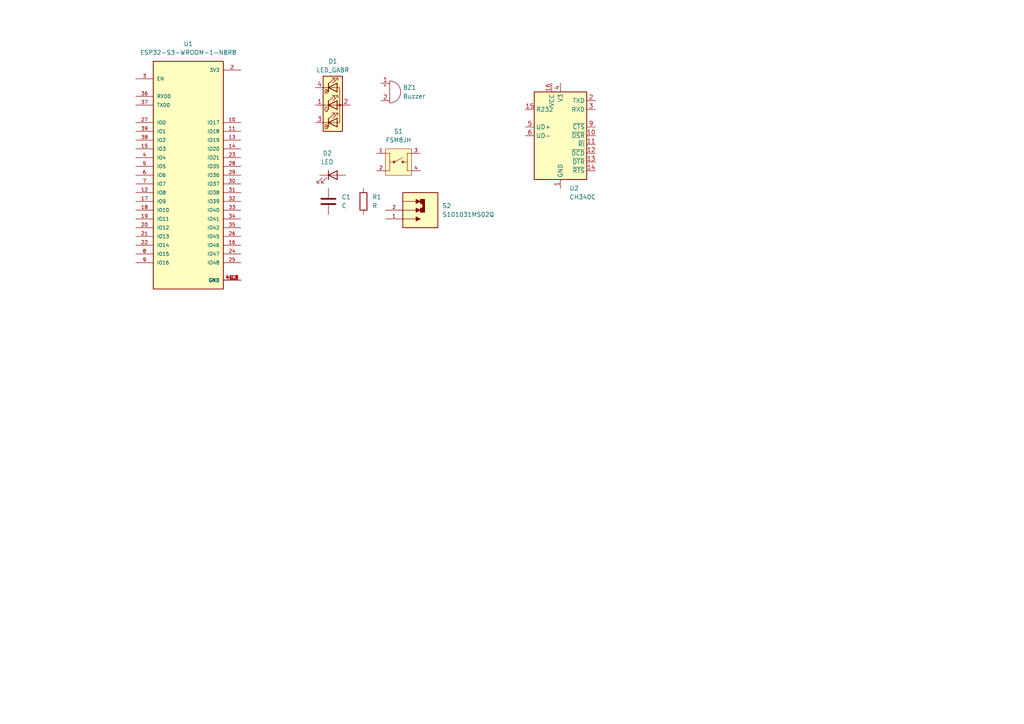
<source format=kicad_sch>
(kicad_sch (version 20231120) (generator "eeschema") (generator_version "8.0")
  (paper "A4")
  (lib_symbols
    (symbol "Device:Buzzer" (pin_names (offset 0.0254) hide)
      (property "Reference" "BZ" (at 3.81 1.27 0))
      (property "Value" "Buzzer" (at 3.81 -1.27 0))
      (symbol "Buzzer_0_1"
        (arc (start 0 -3.175) (mid 3.1612 0) (end 0 3.175))
        (polyline (pts (xy -1.651 1.905) (xy -1.143 1.905)))
        (polyline (pts (xy -1.397 2.159) (xy -1.397 1.651)))
        (polyline (pts (xy 0 3.175) (xy 0 -3.175)))
      )
      (symbol "Buzzer_1_1"
        (pin passive line (at -2.54 2.54 0) (length 2.54) (name "+") (number "1"))
        (pin passive line (at -2.54 -2.54 0) (length 2.54) (name "-") (number "2"))
      )
    )
    (symbol "Device:C" (pin_numbers hide) (pin_names (offset 0.254))
      (property "Reference" "C" (at 0.635 2.54 0))
      (property "Value" "C" (at 0.635 -2.54 0))
      (symbol "C_0_1"
        (polyline (pts (xy -2.032 -0.762) (xy 2.032 -0.762)) (stroke (width 0.508)))
        (polyline (pts (xy -2.032 0.762) (xy 2.032 0.762)) (stroke (width 0.508)))
      )
      (symbol "C_1_1"
        (pin passive line (at 0 3.81 270) (length 2.794) (name "~") (number "1"))
        (pin passive line (at 0 -3.81 90) (length 2.794) (name "~") (number "2"))
      )
    )
    (symbol "Device:LED" (pin_numbers hide) (pin_names (offset 1.016) hide)
      (property "Reference" "D" (at 0 2.54 0))
      (property "Value" "LED" (at 0 -2.54 0))
      (symbol "LED_0_1"
        (polyline (pts (xy -1.27 -1.27) (xy -1.27 1.27)) (stroke (width 0.254)))
        (polyline (pts (xy -1.27 0) (xy 1.27 0)))
        (polyline (pts (xy 1.27 -1.27) (xy 1.27 1.27) (xy -1.27 0) (xy 1.27 -1.27)) (stroke (width 0.254)))
        (polyline (pts (xy -3.048 -0.762) (xy -4.572 -2.286) (xy -3.81 -2.286) (xy -4.572 -2.286) (xy -4.572 -1.524)))
        (polyline (pts (xy -1.778 -0.762) (xy -3.302 -2.286) (xy -2.54 -2.286) (xy -3.302 -2.286) (xy -3.302 -1.524)))
      )
      (symbol "LED_1_1"
        (pin passive line (at -3.81 0 0) (length 2.54) (name "K") (number "1"))
        (pin passive line (at 3.81 0 180) (length 2.54) (name "A") (number "2"))
      )
    )
    (symbol "Device:LED_GABR" (pin_names (offset 0) hide)
      (property "Reference" "D" (at 0 9.398 0))
      (property "Value" "LED_GABR" (at 0 -8.89 0))
      (symbol "LED_GABR_0_0"
        (text "B" (at -1.905 -6.35 0) (effects (font (size 1.27 1.27))))
        (text "G" (at -1.905 -1.27 0) (effects (font (size 1.27 1.27))))
        (text "R" (at -1.905 3.81 0) (effects (font (size 1.27 1.27))))
      )
      (symbol "LED_GABR_0_1"
        (polyline (pts (xy -1.27 -5.08) (xy -2.54 -5.08)))
        (polyline (pts (xy -1.27 -5.08) (xy 1.27 -5.08)))
        (polyline (pts (xy -1.27 -3.81) (xy -1.27 -6.35)) (stroke (width 0.254)))
        (polyline (pts (xy -1.27 0) (xy -2.54 0)))
        (polyline (pts (xy -1.27 1.27) (xy -1.27 -1.27)) (stroke (width 0.254)))
        (polyline (pts (xy -1.27 5.08) (xy -2.54 5.08)))
        (polyline (pts (xy -1.27 5.08) (xy 1.27 5.08)))
        (polyline (pts (xy -1.27 6.35) (xy -1.27 3.81)) (stroke (width 0.254)))
        (polyline (pts (xy 1.27 0) (xy -1.27 0)))
        (polyline (pts (xy 1.27 0) (xy 2.54 0)))
        (polyline (pts (xy -1.27 1.27) (xy -1.27 -1.27) (xy -1.27 -1.27)))
        (polyline (pts (xy -1.27 6.35) (xy -1.27 3.81) (xy -1.27 3.81)))
        (polyline (pts (xy 1.27 -5.08) (xy 2.032 -5.08) (xy 2.032 5.08) (xy 1.27 5.08)))
        (polyline (pts (xy 1.27 -3.81) (xy 1.27 -6.35) (xy -1.27 -5.08) (xy 1.27 -3.81)) (stroke (width 0.254)))
        (polyline (pts (xy 1.27 1.27) (xy 1.27 -1.27) (xy -1.27 0) (xy 1.27 1.27)) (stroke (width 0.254)))
        (polyline (pts (xy 1.27 6.35) (xy 1.27 3.81) (xy -1.27 5.08) (xy 1.27 6.35)) (stroke (width 0.254)))
        (polyline (pts (xy -1.016 -3.81) (xy 0.508 -2.286) (xy -0.254 -2.286) (xy 0.508 -2.286) (xy 0.508 -3.048)))
        (polyline (pts (xy -1.016 1.27) (xy 0.508 2.794) (xy -0.254 2.794) (xy 0.508 2.794) (xy 0.508 2.032)))
        (polyline (pts (xy -1.016 6.35) (xy 0.508 7.874) (xy -0.254 7.874) (xy 0.508 7.874) (xy 0.508 7.112)))
        (polyline (pts (xy 0 -3.81) (xy 1.524 -2.286) (xy 0.762 -2.286) (xy 1.524 -2.286) (xy 1.524 -3.048)))
        (polyline (pts (xy 0 1.27) (xy 1.524 2.794) (xy 0.762 2.794) (xy 1.524 2.794) (xy 1.524 2.032)))
        (polyline (pts (xy 0 6.35) (xy 1.524 7.874) (xy 0.762 7.874) (xy 1.524 7.874) (xy 1.524 7.112)))
        (rectangle (start 1.27 -1.27) (end 1.27 1.27))
        (rectangle (start 1.27 1.27) (end 1.27 1.27))
        (rectangle (start 1.27 3.81) (end 1.27 6.35))
        (rectangle (start 1.27 6.35) (end 1.27 6.35))
        (circle (center 2.032 0) (radius 0.254) (fill (type outline)))
        (rectangle (start 2.794 8.382) (end -2.794 -7.62) (stroke (width 0.254)) (fill (type background)))
      )
      (symbol "LED_GABR_1_1"
        (pin passive line (at -5.08 0 0) (length 2.54) (name "GK") (number "1"))
        (pin passive line (at 5.08 0 180) (length 2.54) (name "A") (number "2"))
        (pin passive line (at -5.08 -5.08 0) (length 2.54) (name "BK") (number "3"))
        (pin passive line (at -5.08 5.08 0) (length 2.54) (name "RK") (number "4"))
      )
    )
    (symbol "Device:R" (pin_numbers hide) (pin_names (offset 0))
      (property "Reference" "R" (at 2.032 0 90))
      (property "Value" "R" (at 0 0 90))
      (symbol "R_0_1"
        (rectangle (start -1.016 -2.54) (end 1.016 2.54) (stroke (width 0.254)))
      )
      (symbol "R_1_1"
        (pin passive line (at 0 3.81 270) (length 1.27) (name "~") (number "1"))
        (pin passive line (at 0 -3.81 90) (length 1.27) (name "~") (number "2"))
      )
    )
    (symbol "ESP32-S3-WROOM-1-N8R8:ESP32-S3-WROOM-1-N8R8" (pin_names (offset 1.016))
      (property "Reference" "U" (at -10.16 34.1122 0))
      (property "Value" "ESP32-S3-WROOM-1-N8R8" (at -10.16 -35.56 0))
      (symbol "ESP32-S3-WROOM-1-N8R8_0_0"
        (rectangle (start -10.16 -33.02) (end 10.16 33.02) (stroke (width 0.254)) (fill (type background)))
        (pin power_in line (at 15.24 -30.48 180) (length 5.08) (name "GND") (number "1"))
        (pin bidirectional line (at 15.24 15.24 180) (length 5.08) (name "IO17") (number "10"))
        (pin bidirectional line (at 15.24 12.7 180) (length 5.08) (name "IO18") (number "11"))
        (pin bidirectional line (at -15.24 -5.08 0) (length 5.08) (name "IO8") (number "12"))
        (pin bidirectional line (at 15.24 10.16 180) (length 5.08) (name "IO19") (number "13"))
        (pin bidirectional line (at 15.24 7.62 180) (length 5.08) (name "IO20") (number "14"))
        (pin bidirectional line (at -15.24 7.62 0) (length 5.08) (name "IO3") (number "15"))
        (pin bidirectional line (at 15.24 -20.32 180) (length 5.08) (name "IO46") (number "16"))
        (pin bidirectional line (at -15.24 -7.62 0) (length 5.08) (name "IO9") (number "17"))
        (pin bidirectional line (at -15.24 -10.16 0) (length 5.08) (name "IO10") (number "18"))
        (pin bidirectional line (at -15.24 -12.7 0) (length 5.08) (name "IO11") (number "19"))
        (pin power_in line (at 15.24 30.48 180) (length 5.08) (name "3V3") (number "2"))
        (pin bidirectional line (at -15.24 -15.24 0) (length 5.08) (name "IO12") (number "20"))
        (pin bidirectional line (at -15.24 -17.78 0) (length 5.08) (name "IO13") (number "21"))
        (pin bidirectional line (at -15.24 -20.32 0) (length 5.08) (name "IO14") (number "22"))
        (pin bidirectional line (at 15.24 5.08 180) (length 5.08) (name "IO21") (number "23"))
        (pin bidirectional line (at 15.24 -22.86 180) (length 5.08) (name "IO47") (number "24"))
        (pin bidirectional line (at 15.24 -25.4 180) (length 5.08) (name "IO48") (number "25"))
        (pin bidirectional line (at 15.24 -17.78 180) (length 5.08) (name "IO45") (number "26"))
        (pin bidirectional line (at -15.24 15.24 0) (length 5.08) (name "IO0") (number "27"))
        (pin bidirectional line (at 15.24 2.54 180) (length 5.08) (name "IO35") (number "28"))
        (pin bidirectional line (at 15.24 0 180) (length 5.08) (name "IO36") (number "29"))
        (pin input line (at -15.24 27.94 0) (length 5.08) (name "EN") (number "3"))
        (pin bidirectional line (at 15.24 -2.54 180) (length 5.08) (name "IO37") (number "30"))
        (pin bidirectional line (at 15.24 -5.08 180) (length 5.08) (name "IO38") (number "31"))
        (pin bidirectional line (at 15.24 -7.62 180) (length 5.08) (name "IO39") (number "32"))
        (pin bidirectional line (at 15.24 -10.16 180) (length 5.08) (name "IO40") (number "33"))
        (pin bidirectional line (at 15.24 -12.7 180) (length 5.08) (name "IO41") (number "34"))
        (pin bidirectional line (at 15.24 -15.24 180) (length 5.08) (name "IO42") (number "35"))
        (pin bidirectional line (at -15.24 22.86 0) (length 5.08) (name "RXD0") (number "36"))
        (pin bidirectional line (at -15.24 20.32 0) (length 5.08) (name "TXD0") (number "37"))
        (pin bidirectional line (at -15.24 10.16 0) (length 5.08) (name "IO2") (number "38"))
        (pin bidirectional line (at -15.24 12.7 0) (length 5.08) (name "IO1") (number "39"))
        (pin bidirectional line (at -15.24 5.08 0) (length 5.08) (name "IO4") (number "4"))
        (pin power_in line (at 15.24 -30.48 180) (length 5.08) (name "GND") (number "40"))
        (pin power_in line (at 15.24 -30.48 180) (length 5.08) (name "GND") (number "41_1"))
        (pin power_in line (at 15.24 -30.48 180) (length 5.08) (name "GND") (number "41_2"))
        (pin power_in line (at 15.24 -30.48 180) (length 5.08) (name "GND") (number "41_3"))
        (pin power_in line (at 15.24 -30.48 180) (length 5.08) (name "GND") (number "41_4"))
        (pin power_in line (at 15.24 -30.48 180) (length 5.08) (name "GND") (number "41_5"))
        (pin power_in line (at 15.24 -30.48 180) (length 5.08) (name "GND") (number "41_6"))
        (pin power_in line (at 15.24 -30.48 180) (length 5.08) (name "GND") (number "41_7"))
        (pin power_in line (at 15.24 -30.48 180) (length 5.08) (name "GND") (number "41_8"))
        (pin power_in line (at 15.24 -30.48 180) (length 5.08) (name "GND") (number "41_9"))
        (pin bidirectional line (at -15.24 2.54 0) (length 5.08) (name "IO5") (number "5"))
        (pin bidirectional line (at -15.24 0 0) (length 5.08) (name "IO6") (number "6"))
        (pin bidirectional line (at -15.24 -2.54 0) (length 5.08) (name "IO7") (number "7"))
        (pin bidirectional line (at -15.24 -22.86 0) (length 5.08) (name "IO15") (number "8"))
        (pin bidirectional line (at -15.24 -25.4 0) (length 5.08) (name "IO16") (number "9"))
      )
    )
    (symbol "FSM8JH:FSM8JH" (pin_names (offset 1.016))
      (property "Reference" "S" (at -4.3222 4.068 0))
      (property "Value" "FSM8JH" (at -4.0644 -5.3346 0))
      (symbol "FSM8JH_0_0"
        (rectangle (start -3.81 -3.81) (end 3.81 3.81) (stroke (width 0.127)) (fill (type background)))
        (circle (center -1.27 0) (radius 0.254) (stroke (width 0.2159)))
        (polyline (pts (xy -3.81 2.54) (xy -2.54 2.54)) (stroke (width 0.127)))
        (polyline (pts (xy -2.54 -2.54) (xy -3.81 -2.54)) (stroke (width 0.127)))
        (polyline (pts (xy -2.54 0) (xy -1.27 0)) (stroke (width 0.127)))
        (polyline (pts (xy -2.54 2.54) (xy -2.54 -2.54)) (stroke (width 0.127)))
        (polyline (pts (xy -1.27 0) (xy 1.27 1.27)) (stroke (width 0.127)))
        (polyline (pts (xy 1.27 0) (xy 2.54 0)) (stroke (width 0.127)))
        (polyline (pts (xy 2.54 -2.54) (xy 3.81 -2.54)) (stroke (width 0.127)))
        (polyline (pts (xy 2.54 2.54) (xy 2.54 -2.54)) (stroke (width 0.127)))
        (polyline (pts (xy 3.81 2.54) (xy 2.54 2.54)) (stroke (width 0.127)))
        (circle (center 1.27 0) (radius 0.254) (stroke (width 0.2159)))
        (pin passive line (at -6.35 2.54 0) (length 2.54) (name "~") (number "1"))
        (pin passive line (at -6.35 -2.54 0) (length 2.54) (name "~") (number "2"))
        (pin passive line (at 6.35 2.54 180) (length 2.54) (name "~") (number "3"))
        (pin passive line (at 6.35 -2.54 180) (length 2.54) (name "~") (number "4"))
      )
    )
    (symbol "Interface_USB:CH340C"
      (property "Reference" "U" (at -5.08 13.97 0))
      (property "Value" "CH340C" (at 1.27 13.97 0))
      (symbol "CH340C_0_1"
        (rectangle (start -7.62 12.7) (end 7.62 -12.7) (stroke (width 0.254)) (fill (type background)))
      )
      (symbol "CH340C_1_1"
        (pin power_in line (at 0 -15.24 90) (length 2.54) (name "GND") (number "1"))
        (pin input line (at 10.16 0 180) (length 2.54) (name "~{DSR}") (number "10"))
        (pin input line (at 10.16 -2.54 180) (length 2.54) (name "~{RI}") (number "11"))
        (pin input line (at 10.16 -5.08 180) (length 2.54) (name "~{DCD}") (number "12"))
        (pin output line (at 10.16 -7.62 180) (length 2.54) (name "~{DTR}") (number "13"))
        (pin output line (at 10.16 -10.16 180) (length 2.54) (name "~{RTS}") (number "14"))
        (pin input line (at -10.16 7.62 0) (length 2.54) (name "R232") (number "15"))
        (pin power_in line (at -2.54 15.24 270) (length 2.54) (name "VCC") (number "16"))
        (pin output line (at 10.16 10.16 180) (length 2.54) (name "TXD") (number "2"))
        (pin input line (at 10.16 7.62 180) (length 2.54) (name "RXD") (number "3"))
        (pin power_out line (at 0 15.24 270) (length 2.54) (name "V3") (number "4"))
        (pin bidirectional line (at -10.16 2.54 0) (length 2.54) (name "UD+") (number "5"))
        (pin bidirectional line (at -10.16 0 0) (length 2.54) (name "UD-") (number "6"))
        (pin no_connect line (at -7.62 -5.08 0) (length 2.54) hide (name "NC") (number "7"))
        (pin no_connect line (at -7.62 -7.62 0) (length 2.54) hide (name "NC") (number "8"))
        (pin input line (at 10.16 2.54 180) (length 2.54) (name "~{CTS}") (number "9"))
      )
    )
    (symbol "S101031MS02Q:S101031MS02Q" (pin_names (offset 1.016))
      (property "Reference" "S" (at -5.08 6.35 0))
      (property "Value" "S101031MS02Q" (at -5.08 -6.35 0))
      (symbol "S101031MS02Q_0_0"
        (rectangle (start -5.08 -5.08) (end 5.08 5.08) (stroke (width 0.254)) (fill (type background)))
        (polyline (pts (xy -5.08 -2.54) (xy -1.27 -2.54)) (stroke (width 0.1524)))
        (polyline (pts (xy -5.08 0) (xy -1.27 0)) (stroke (width 0.1524)))
        (polyline (pts (xy -5.08 2.54) (xy -1.27 2.54)) (stroke (width 0.1524)))
        (polyline (pts (xy -1.27 -1.905) (xy -1.27 -3.175) (xy 0 -2.54) (xy -1.27 -1.905)) (stroke (width 0.1524)) (fill (type outline)))
        (polyline (pts (xy -1.27 0.635) (xy -1.27 -0.635) (xy 0 0) (xy -1.27 0.635)) (stroke (width 0.1524)) (fill (type outline)))
        (polyline (pts (xy -1.27 3.175) (xy -1.27 1.905) (xy 0 2.54) (xy -1.27 3.175)) (stroke (width 0.1524)) (fill (type outline)))
        (polyline (pts (xy 0 1.905) (xy 0 3.175) (xy 1.27 3.175) (xy 1.27 -0.635) (xy 0 -0.635) (xy 0 0.635) (xy 0.635 0.635) (xy 0.635 1.905) (xy 0 1.905)) (stroke (width 0.1524)) (fill (type outline)))
        (pin passive line (at -10.16 -2.54 0) (length 5.08) (name "~") (number "1"))
        (pin passive line (at -10.16 0 0) (length 5.08) (name "~") (number "2"))
      )
    )
  )
  (symbol (lib_id "Device:Buzzer") (at 113.03 26.67 0) (unit 1)
    (property "Reference" "BZ1" (at 116.84 25.4 0) (effects (justify left)))
    (property "Value" "Buzzer" (at 116.84 27.94 0) (effects (justify left)))
    (property "Footprint" "Buzzer_Beeper:Buzzer_12x9.5RM7.6" (effects (hide yes)))
    (property "Description" "Buzzer, polarized" (effects (hide yes)))
  )
  (symbol (lib_id "Device:R") (at 105.41 58.42 0) (unit 1)
    (property "Reference" "R1" (at 107.95 57.15 0) (effects (justify left)))
    (property "Value" "R" (at 107.95 59.69 0) (effects (justify left)))
    (property "Footprint" "Resistor_SMD:R_0805_2012Metric" (effects (hide yes)))
    (property "Description" "Resistor" (effects (hide yes)))
  )
  (symbol (lib_id "FSM8JH:FSM8JH") (at 115.57 46.99 0) (unit 1)
    (property "Reference" "S1" (at 115.57 38.1 0))
    (property "Value" "FSM8JH" (at 115.57 40.64 0))
    (property "Footprint" "FSM8JH:SW_FSM8JH" (effects (hide yes)))
    (property "MF" "TE Connectivity" (effects (hide yes)))
    (property "Description_1" "\nSwitch,Pushbutton,Tactile,SPST,Thru Hole,Vertical,6MM,Black | TE Connectivity FSM8JH\n" (effects (hide yes)))
    (property "Package" "None" (effects (hide yes)))
    (property "Price" "None" (effects (hide yes)))
    (property "Check_prices" "https://www.snapeda.com/parts/FSM8JH/TE+Connectivity+ALCOSWITCH+Switches/view-part/?ref=eda" (effects (hide yes)))
    (property "STANDARD" "MANUFACTURER RECOMMENDATIONS" (effects (hide yes)))
    (property "PARTREV" "C10" (effects (hide yes)))
    (property "SnapEDA_Link" "https://www.snapeda.com/parts/FSM8JH/TE+Connectivity+ALCOSWITCH+Switches/view-part/?ref=snap" (effects (hide yes)))
    (property "MP" "FSM8JH" (effects (hide yes)))
    (property "Availability" "In Stock" (effects (hide yes)))
    (property "MANUFACTURER" "TE CONNECTIVITY" (effects (hide yes)))
  )
  (symbol (lib_id "Device:LED_GABR") (at 96.52 30.48 0) (unit 1)
    (property "Reference" "D1" (at 96.52 17.78 0))
    (property "Value" "LED_GABR" (at 96.52 20.32 0))
    (property "Footprint" "LED_THT:LED_D5.0mm-4_RGB" (effects (hide yes)))
    (property "Description" "RGB LED, green/anode/blue/red" (effects (hide yes)))
  )
  (symbol (lib_id "ESP32-S3-WROOM-1-N8R8:ESP32-S3-WROOM-1-N8R8") (at 54.61 50.8 0) (unit 1)
    (property "Reference" "U1" (at 54.61 12.7 0))
    (property "Value" "ESP32-S3-WROOM-1-N8R8" (at 54.61 15.24 0))
    (property "Footprint" "ESP32-S3-WROOM-1-N8R8:XCVR_ESP32S3WROOM1N8R8" (effects (hide yes)))
    (property "MF" "Espressif Systems" (effects (hide yes)))
    (property "DESCRIPTION" "Bluetooth, WiFi 802.11b/g/n, Bluetooth v5.0 Transceiver Module 2.4GHz PCB Trace Surface Mount" (effects (hide yes)))
    (property "PACKAGE" "SMD-41 Espressif Systems" (effects (hide yes)))
    (property "PRICE" "None" (effects (hide yes)))
    (property "Package" "NON STANDARD Espressif Systems" (effects (hide yes)))
    (property "Check_prices" "https://www.snapeda.com/parts/ESP32-S3-WROOM-1-N8R8/Espressif+Systems/view-part/?ref=eda" (effects (hide yes)))
    (property "Price" "None" (effects (hide yes)))
    (property "SnapEDA_Link" "https://www.snapeda.com/parts/ESP32-S3-WROOM-1-N8R8/Espressif+Systems/view-part/?ref=snap" (effects (hide yes)))
    (property "MP" "ESP32-S3-WROOM-1-N8R8" (effects (hide yes)))
    (property "Description_1" "\nBluetooth, WiFi 802.11b/g/n, Bluetooth v5.0 Transceiver Module 2.4GHz PCB Trace Surface Mount\n" (effects (hide yes)))
    (property "Availability" "In Stock" (effects (hide yes)))
    (property "AVAILABILITY" "In Stock" (effects (hide yes)))
    (property "PURCHASE-URL" "https://pricing.snapeda.com/search/part/ESP32S3WROOM1N8R8/?ref=eda" (effects (hide yes)))
  )
  (symbol (lib_id "Device:C") (at 95.25 58.42 0) (unit 1)
    (property "Reference" "C1" (at 99.06 57.15 0) (effects (justify left)))
    (property "Value" "C" (at 99.06 59.69 0) (effects (justify left)))
    (property "Footprint" "Capacitor_SMD:C_0805_2012Metric" (effects (hide yes)))
    (property "Description" "Unpolarized capacitor" (effects (hide yes)))
  )
  (symbol (lib_id "S101031MS02Q:S101031MS02Q") (at 121.92 60.96 0) (unit 1)
    (property "Reference" "S2" (at 128.27 59.69 0) (effects (justify left)))
    (property "Value" "S101031MS02Q" (at 128.27 62.23 0) (effects (justify left)))
    (property "Footprint" "S101031MS02Q:SW_S101031MS02Q" (effects (hide yes)))
    (property "MF" "C&K" (effects (hide yes)))
    (property "MAXIMUM_PACKAGE_HEIGHT" "18.41 mm" (effects (hide yes)))
    (property "Package" "None" (effects (hide yes)))
    (property "Price" "None" (effects (hide yes)))
    (property "Check_prices" "https://www.snapeda.com/parts/S101031MS02Q/C%2526K/view-part/?ref=eda" (effects (hide yes)))
    (property "STANDARD" "Manufacturer Recommendations" (effects (hide yes)))
    (property "PARTREV" "I" (effects (hide yes)))
    (property "SnapEDA_Link" "https://www.snapeda.com/parts/S101031MS02Q/C%2526K/view-part/?ref=snap" (effects (hide yes)))
    (property "MP" "S101031MS02Q" (effects (hide yes)))
    (property "Description_1" "\nSlide Switch SPST Through Hole\n" (effects (hide yes)))
    (property "MANUFACTURER" "C&K" (effects (hide yes)))
    (property "Availability" "In Stock" (effects (hide yes)))
    (property "SNAPEDA_PN" "S101031MS02Q" (effects (hide yes)))
  )
  (symbol (lib_id "Interface_USB:CH340C") (at 162.56 39.37 0) (unit 1)
    (property "Reference" "U2" (at 165.1415 54.61 0) (effects (justify left)))
    (property "Value" "CH340C" (at 165.1415 57.15 0) (effects (justify left)))
    (property "Footprint" "Package_SO:SOIC-16_3.9x9.9mm_P1.27mm" (effects (hide yes)))
    (property "Datasheet" "https://datasheet.lcsc.com/szlcsc/Jiangsu-Qin-Heng-CH340C_C84681.pdf" (effects (hide yes)))
    (property "Description" "USB serial converter, crystal-less, UART, SOIC-16" (effects (hide yes)))
  )
  (symbol (lib_id "Device:LED") (at 96.52 50.8 0) (unit 1)
    (property "Reference" "D2" (at 94.9325 44.45 0))
    (property "Value" "LED" (at 94.9325 46.99 0))
    (property "Footprint" "LED_THT:LED_D5.0mm_Clear" (effects (hide yes)))
    (property "Description" "Light emitting diode" (effects (hide yes)))
  )
)
</source>
